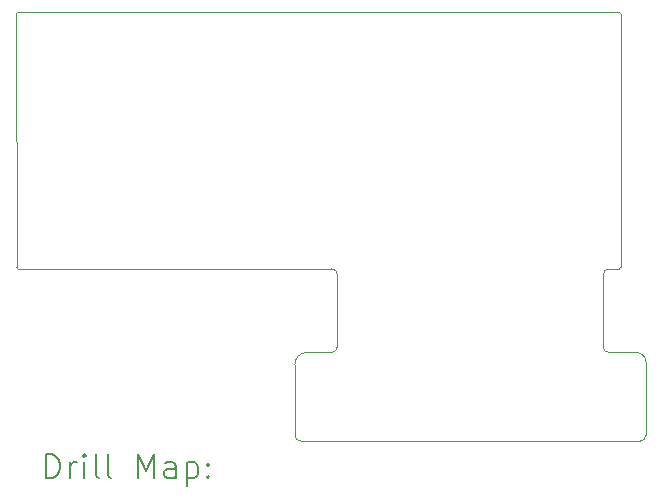
<source format=gbr>
%TF.GenerationSoftware,KiCad,Pcbnew,(6.0.11-0)*%
%TF.CreationDate,2023-07-21T19:28:28-05:00*%
%TF.ProjectId,PicoDVI-N64,5069636f-4456-4492-9d4e-36342e6b6963,rev?*%
%TF.SameCoordinates,Original*%
%TF.FileFunction,Drillmap*%
%TF.FilePolarity,Positive*%
%FSLAX45Y45*%
G04 Gerber Fmt 4.5, Leading zero omitted, Abs format (unit mm)*
G04 Created by KiCad (PCBNEW (6.0.11-0)) date 2023-07-21 19:28:28*
%MOMM*%
%LPD*%
G01*
G04 APERTURE LIST*
%ADD10C,0.050000*%
%ADD11C,0.200000*%
G04 APERTURE END LIST*
D10*
X14707500Y-10200500D02*
X12056351Y-10202647D01*
X17370000Y-10993000D02*
X17369646Y-11609646D01*
X14494793Y-10909478D02*
G75*
G03*
X14398000Y-11012000I2071J-98909D01*
G01*
X12056999Y-8026568D02*
G75*
G03*
X12037000Y-8044062I-1799J-18122D01*
G01*
X17143000Y-10202146D02*
G75*
G03*
X17157000Y-10189500I-2923J17308D01*
G01*
X17007852Y-10859648D02*
G75*
G03*
X17057852Y-10909648I50008J8D01*
G01*
X17056854Y-10202000D02*
G75*
G03*
X17006854Y-10252000I5J-50005D01*
G01*
X17288500Y-10909500D02*
X17057852Y-10909648D01*
X12042000Y-10189000D02*
G75*
G03*
X12056351Y-10202647I14330J700D01*
G01*
X17370009Y-10993000D02*
G75*
G03*
X17288500Y-10909500I-81619J1860D01*
G01*
X12042000Y-10189000D02*
X12037000Y-8044062D01*
X17143000Y-10202146D02*
X17056854Y-10202000D01*
X14398000Y-11012000D02*
X14397851Y-11609648D01*
X17160500Y-8041500D02*
G75*
G03*
X17142646Y-8024854I-17862J-1260D01*
G01*
X14397852Y-11609648D02*
G75*
G03*
X14447851Y-11659648I50008J8D01*
G01*
X17006854Y-10252000D02*
X17007852Y-10859648D01*
X12057000Y-8026562D02*
X17142646Y-8024854D01*
X17319646Y-11659646D02*
G75*
G03*
X17369646Y-11609646I-8J50008D01*
G01*
X17319646Y-11659646D02*
X14447851Y-11659648D01*
X17157000Y-10189500D02*
X17160500Y-8041500D01*
X14707146Y-10909646D02*
X14494793Y-10909478D01*
X14757500Y-10250500D02*
G75*
G03*
X14707500Y-10200500I-50005J-5D01*
G01*
X14707146Y-10909646D02*
G75*
G03*
X14757146Y-10859646I-6J50006D01*
G01*
X14757146Y-10859646D02*
X14757500Y-10250500D01*
D11*
X12292119Y-11972624D02*
X12292119Y-11772624D01*
X12339738Y-11772624D01*
X12368309Y-11782148D01*
X12387357Y-11801195D01*
X12396881Y-11820243D01*
X12406405Y-11858338D01*
X12406405Y-11886910D01*
X12396881Y-11925005D01*
X12387357Y-11944052D01*
X12368309Y-11963100D01*
X12339738Y-11972624D01*
X12292119Y-11972624D01*
X12492119Y-11972624D02*
X12492119Y-11839291D01*
X12492119Y-11877386D02*
X12501643Y-11858338D01*
X12511167Y-11848814D01*
X12530214Y-11839291D01*
X12549262Y-11839291D01*
X12615928Y-11972624D02*
X12615928Y-11839291D01*
X12615928Y-11772624D02*
X12606405Y-11782148D01*
X12615928Y-11791672D01*
X12625452Y-11782148D01*
X12615928Y-11772624D01*
X12615928Y-11791672D01*
X12739738Y-11972624D02*
X12720690Y-11963100D01*
X12711167Y-11944052D01*
X12711167Y-11772624D01*
X12844500Y-11972624D02*
X12825452Y-11963100D01*
X12815928Y-11944052D01*
X12815928Y-11772624D01*
X13073071Y-11972624D02*
X13073071Y-11772624D01*
X13139738Y-11915481D01*
X13206405Y-11772624D01*
X13206405Y-11972624D01*
X13387357Y-11972624D02*
X13387357Y-11867862D01*
X13377833Y-11848814D01*
X13358786Y-11839291D01*
X13320690Y-11839291D01*
X13301643Y-11848814D01*
X13387357Y-11963100D02*
X13368309Y-11972624D01*
X13320690Y-11972624D01*
X13301643Y-11963100D01*
X13292119Y-11944052D01*
X13292119Y-11925005D01*
X13301643Y-11905957D01*
X13320690Y-11896433D01*
X13368309Y-11896433D01*
X13387357Y-11886910D01*
X13482595Y-11839291D02*
X13482595Y-12039291D01*
X13482595Y-11848814D02*
X13501643Y-11839291D01*
X13539738Y-11839291D01*
X13558786Y-11848814D01*
X13568309Y-11858338D01*
X13577833Y-11877386D01*
X13577833Y-11934529D01*
X13568309Y-11953576D01*
X13558786Y-11963100D01*
X13539738Y-11972624D01*
X13501643Y-11972624D01*
X13482595Y-11963100D01*
X13663548Y-11953576D02*
X13673071Y-11963100D01*
X13663548Y-11972624D01*
X13654024Y-11963100D01*
X13663548Y-11953576D01*
X13663548Y-11972624D01*
X13663548Y-11848814D02*
X13673071Y-11858338D01*
X13663548Y-11867862D01*
X13654024Y-11858338D01*
X13663548Y-11848814D01*
X13663548Y-11867862D01*
M02*

</source>
